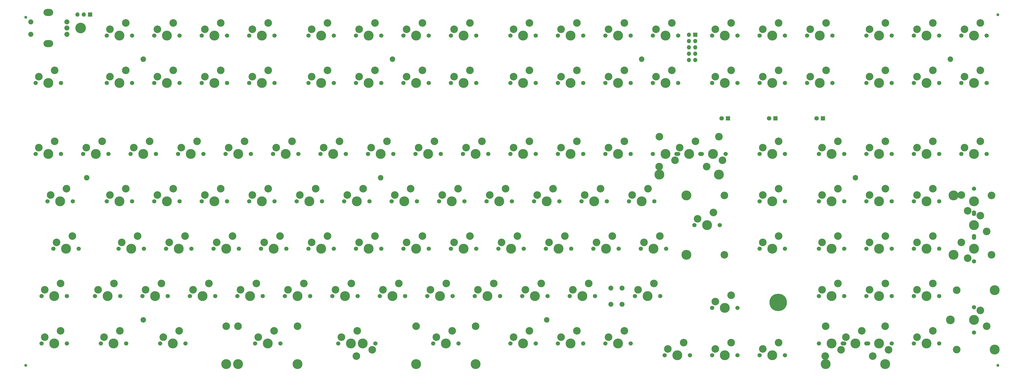
<source format=gbr>
G04 #@! TF.GenerationSoftware,KiCad,Pcbnew,7.0.2*
G04 #@! TF.CreationDate,2023-06-04T01:27:27-04:00*
G04 #@! TF.ProjectId,Boston-keyboard-V082DHI,426f7374-6f6e-42d6-9b65-79626f617264,rev?*
G04 #@! TF.SameCoordinates,Original*
G04 #@! TF.FileFunction,Soldermask,Top*
G04 #@! TF.FilePolarity,Negative*
%FSLAX46Y46*%
G04 Gerber Fmt 4.6, Leading zero omitted, Abs format (unit mm)*
G04 Created by KiCad (PCBNEW 7.0.2) date 2023-06-04 01:27:27*
%MOMM*%
%LPD*%
G01*
G04 APERTURE LIST*
%ADD10C,0.800000*%
%ADD11C,7.000000*%
%ADD12C,2.200000*%
%ADD13R,1.800000X1.800000*%
%ADD14C,1.800000*%
%ADD15C,1.152000*%
%ADD16C,2.000000*%
%ADD17R,1.700000X1.700000*%
%ADD18O,1.700000X1.700000*%
%ADD19C,3.500000*%
%ADD20C,1.701800*%
%ADD21C,3.048000*%
%ADD22C,3.987800*%
%ADD23O,2.768600X1.651000*%
%ADD24C,1.016000*%
%ADD25C,2.032000*%
%ADD26O,3.900000X2.799999*%
%ADD27C,4.250000*%
G04 APERTURE END LIST*
D10*
X356268500Y-146649500D03*
X357037345Y-144793345D03*
X357037345Y-148505655D03*
X358893500Y-144024500D03*
D11*
X358893500Y-146649500D03*
D10*
X358893500Y-149274500D03*
X360749655Y-144793345D03*
X360749655Y-148505655D03*
X361518500Y-146649500D03*
D12*
X304125200Y-48899992D03*
X389850272Y-96525032D03*
X427950304Y-48899992D03*
D13*
X338732500Y-72712500D03*
D14*
X336192500Y-72712500D03*
D15*
X447000000Y-31000000D03*
D13*
X357782500Y-72712500D03*
D14*
X355242500Y-72712500D03*
D16*
X291750000Y-147400000D03*
X291750000Y-140900000D03*
X296250000Y-147400000D03*
X296250000Y-140900000D03*
D17*
X82825000Y-30950000D03*
D18*
X80285000Y-30950000D03*
X77745000Y-30950000D03*
D15*
X57000000Y-172000000D03*
D12*
X266025168Y-153675080D03*
D15*
X57000000Y-32000000D03*
D12*
X199350112Y-96525032D03*
X104100032Y-153675080D03*
X204112500Y-48900000D03*
D19*
X427950304Y-153675080D03*
D12*
X81478138Y-96525032D03*
D17*
X325655625Y-39087500D03*
D18*
X323115625Y-39087500D03*
X325655625Y-41627500D03*
X323115625Y-41627500D03*
X325655625Y-44167500D03*
X323115625Y-44167500D03*
X325655625Y-46707500D03*
X323115625Y-46707500D03*
X325655625Y-49247500D03*
X323115625Y-49247500D03*
D13*
X376832500Y-72712500D03*
D14*
X374292500Y-72712500D03*
D15*
X447000000Y-172000000D03*
D20*
X280630000Y-87000000D03*
D21*
X278090000Y-81920000D03*
D22*
X275550000Y-87000000D03*
D21*
X271740000Y-84460000D03*
D20*
X270470000Y-87000000D03*
D22*
X401788000Y-171455000D03*
D21*
X401788000Y-156215000D03*
D20*
X394930000Y-163200000D03*
D21*
X392390000Y-158120000D03*
D22*
X389850000Y-163200000D03*
D21*
X386040000Y-160660000D03*
D20*
X384770000Y-163200000D03*
D22*
X377912000Y-171455000D03*
D21*
X377912000Y-156215000D03*
D20*
X256817500Y-125100000D03*
D21*
X254277500Y-120020000D03*
D22*
X251737500Y-125100000D03*
D21*
X247927500Y-122560000D03*
D20*
X246657500Y-125100000D03*
X423505000Y-163200000D03*
D21*
X420965000Y-158120000D03*
D22*
X418425000Y-163200000D03*
D21*
X414615000Y-160660000D03*
D20*
X413345000Y-163200000D03*
X261580000Y-163200000D03*
D21*
X259040000Y-158120000D03*
D22*
X256500000Y-163200000D03*
D21*
X252690000Y-160660000D03*
D20*
X251420000Y-163200000D03*
X99655000Y-58425000D03*
D21*
X97115000Y-53345000D03*
D22*
X94575000Y-58425000D03*
D21*
X90765000Y-55885000D03*
D20*
X89495000Y-58425000D03*
X309205000Y-106050000D03*
D21*
X306665000Y-100970000D03*
D22*
X304125000Y-106050000D03*
D21*
X300315000Y-103510000D03*
D20*
X299045000Y-106050000D03*
X218717500Y-39375000D03*
D21*
X216177500Y-34295000D03*
D22*
X213637500Y-39375000D03*
D21*
X209827500Y-36835000D03*
D20*
X208557500Y-39375000D03*
X437475000Y-100970000D03*
D21*
X432395000Y-103510000D03*
D22*
X437475000Y-106050000D03*
D21*
X434935000Y-109860000D03*
D20*
X437475000Y-111130000D03*
X342542500Y-58425000D03*
D21*
X340002500Y-53345000D03*
D22*
X337462500Y-58425000D03*
D21*
X333652500Y-55885000D03*
D20*
X332382500Y-58425000D03*
X361592500Y-125100000D03*
D21*
X359052500Y-120020000D03*
D22*
X356512500Y-125100000D03*
D21*
X352702500Y-122560000D03*
D20*
X351432500Y-125100000D03*
X361592500Y-106050000D03*
D21*
X359052500Y-100970000D03*
D22*
X356512500Y-106050000D03*
D21*
X352702500Y-103510000D03*
D20*
X351432500Y-106050000D03*
X423505000Y-125100000D03*
D21*
X420965000Y-120020000D03*
D22*
X418425000Y-125100000D03*
D21*
X414615000Y-122560000D03*
D20*
X413345000Y-125100000D03*
X97273750Y-163200000D03*
D21*
X94733750Y-158120000D03*
D22*
X92193750Y-163200000D03*
D21*
X88383750Y-160660000D03*
D20*
X87113750Y-163200000D03*
X73461250Y-144150000D03*
D21*
X70921250Y-139070000D03*
D22*
X68381250Y-144150000D03*
D21*
X64571250Y-141610000D03*
D20*
X63301250Y-144150000D03*
X394295000Y-163200000D03*
D21*
X396835000Y-168280000D03*
D22*
X399375000Y-163200000D03*
D21*
X403185000Y-165740000D03*
D20*
X404455000Y-163200000D03*
X142517500Y-125100000D03*
D21*
X139977500Y-120020000D03*
D22*
X137437500Y-125100000D03*
D21*
X133627500Y-122560000D03*
D20*
X132357500Y-125100000D03*
X299680000Y-39375000D03*
D21*
X297140000Y-34295000D03*
D22*
X294600000Y-39375000D03*
D21*
X290790000Y-36835000D03*
D20*
X289520000Y-39375000D03*
X132992500Y-144150000D03*
D21*
X130452500Y-139070000D03*
D22*
X127912500Y-144150000D03*
D21*
X124102500Y-141610000D03*
D20*
X122832500Y-144150000D03*
X266342500Y-144150000D03*
D21*
X263802500Y-139070000D03*
D22*
X261262500Y-144150000D03*
D21*
X257452500Y-141610000D03*
D20*
X256182500Y-144150000D03*
X218717500Y-125100000D03*
D21*
X216177500Y-120020000D03*
D22*
X213637500Y-125100000D03*
D21*
X209827500Y-122560000D03*
D20*
X208557500Y-125100000D03*
X185380000Y-87000000D03*
D21*
X182840000Y-81920000D03*
D22*
X180300000Y-87000000D03*
D21*
X176490000Y-84460000D03*
D20*
X175220000Y-87000000D03*
D21*
X337303750Y-127513000D03*
X337303750Y-103637000D03*
D20*
X335398750Y-115575000D03*
D21*
X332858750Y-110495000D03*
D22*
X330318750Y-115575000D03*
D21*
X326508750Y-113035000D03*
D20*
X325238750Y-115575000D03*
D22*
X322063750Y-127513000D03*
X322063750Y-103637000D03*
D20*
X299680000Y-87000000D03*
D21*
X297140000Y-81920000D03*
D22*
X294600000Y-87000000D03*
D21*
X290790000Y-84460000D03*
D20*
X289520000Y-87000000D03*
X156805000Y-58425000D03*
D21*
X154265000Y-53345000D03*
D22*
X151725000Y-58425000D03*
D21*
X147915000Y-55885000D03*
D20*
X146645000Y-58425000D03*
X199667500Y-125100000D03*
D21*
X197127500Y-120020000D03*
D22*
X194587500Y-125100000D03*
D21*
X190777500Y-122560000D03*
D20*
X189507500Y-125100000D03*
X261580160Y-39375000D03*
D21*
X259040160Y-34295000D03*
D22*
X256500160Y-39375000D03*
D21*
X252690160Y-36835000D03*
D20*
X251420160Y-39375000D03*
X223480000Y-87000000D03*
D21*
X220940000Y-81920000D03*
D22*
X218400000Y-87000000D03*
D21*
X214590000Y-84460000D03*
D20*
X213320000Y-87000000D03*
X442555000Y-87000000D03*
D21*
X440015000Y-81920000D03*
D22*
X437475000Y-87000000D03*
D21*
X433665000Y-84460000D03*
D20*
X432395000Y-87000000D03*
X118705000Y-106050000D03*
D21*
X116165000Y-100970000D03*
D22*
X113625000Y-106050000D03*
D21*
X109815000Y-103510000D03*
D20*
X108545000Y-106050000D03*
X194905000Y-106050000D03*
D21*
X192365000Y-100970000D03*
D22*
X189825000Y-106050000D03*
D21*
X186015000Y-103510000D03*
D20*
X184745000Y-106050000D03*
X113942500Y-144150000D03*
D21*
X111402500Y-139070000D03*
D22*
X108862500Y-144150000D03*
D21*
X105052500Y-141610000D03*
D20*
X103782500Y-144150000D03*
X404455000Y-144150000D03*
D21*
X401915000Y-139070000D03*
D22*
X399375000Y-144150000D03*
D21*
X395565000Y-141610000D03*
D20*
X394295000Y-144150000D03*
X190142500Y-144150000D03*
D21*
X187602500Y-139070000D03*
D22*
X185062500Y-144150000D03*
D21*
X181252500Y-141610000D03*
D20*
X179982500Y-144150000D03*
X90130000Y-87000000D03*
D21*
X87590000Y-81920000D03*
D22*
X85050000Y-87000000D03*
D21*
X81240000Y-84460000D03*
D20*
X79970000Y-87000000D03*
D22*
X335113000Y-95255000D03*
D21*
X335113000Y-80015000D03*
D20*
X328255000Y-87000000D03*
D21*
X325715000Y-81920000D03*
D22*
X323175000Y-87000000D03*
D21*
X319365000Y-84460000D03*
D20*
X318095000Y-87000000D03*
D22*
X311237000Y-95255000D03*
D21*
X311237000Y-80015000D03*
D20*
X128230000Y-87000000D03*
D21*
X125690000Y-81920000D03*
D22*
X123150000Y-87000000D03*
D21*
X119340000Y-84460000D03*
D20*
X118070000Y-87000000D03*
X313967500Y-125100000D03*
D21*
X311427500Y-120020000D03*
D22*
X308887500Y-125100000D03*
D21*
X305077500Y-122560000D03*
D20*
X303807500Y-125100000D03*
X423505000Y-87000000D03*
D21*
X420965000Y-81920000D03*
D22*
X418425000Y-87000000D03*
D21*
X414615000Y-84460000D03*
D20*
X413345000Y-87000000D03*
X94892500Y-144150000D03*
D21*
X92352500Y-139070000D03*
D22*
X89812500Y-144150000D03*
D21*
X86002500Y-141610000D03*
D20*
X84732500Y-144150000D03*
X442555000Y-58425000D03*
D21*
X440015000Y-53345000D03*
D22*
X437475000Y-58425000D03*
D21*
X433665000Y-55885000D03*
D20*
X432395000Y-58425000D03*
X199667606Y-39375000D03*
D21*
X197127606Y-34295000D03*
D22*
X194587606Y-39375000D03*
D21*
X190777606Y-36835000D03*
D20*
X189507606Y-39375000D03*
X404455000Y-39375000D03*
D21*
X401915000Y-34295000D03*
D22*
X399375000Y-39375000D03*
D21*
X395565000Y-36835000D03*
D20*
X394295000Y-39375000D03*
X156805000Y-39375000D03*
D21*
X154265000Y-34295000D03*
D22*
X151725000Y-39375000D03*
D21*
X147915000Y-36835000D03*
D20*
X146645000Y-39375000D03*
X275867500Y-125100000D03*
D21*
X273327500Y-120020000D03*
D22*
X270787500Y-125100000D03*
D21*
X266977500Y-122560000D03*
D20*
X265707500Y-125100000D03*
X237767500Y-58425000D03*
D21*
X235227500Y-53345000D03*
D22*
X232687500Y-58425000D03*
D21*
X228877500Y-55885000D03*
D20*
X227607500Y-58425000D03*
X404455000Y-125100000D03*
D21*
X401915000Y-120020000D03*
D22*
X399375000Y-125100000D03*
D21*
X395565000Y-122560000D03*
D20*
X394295000Y-125100000D03*
X280630000Y-39375000D03*
D21*
X278090000Y-34295000D03*
D22*
X275550000Y-39375000D03*
D21*
X271740000Y-36835000D03*
D20*
X270470000Y-39375000D03*
X342542500Y-148912500D03*
D21*
X340002500Y-143832500D03*
D22*
X337462500Y-148912500D03*
D21*
X333652500Y-146372500D03*
D20*
X332382500Y-148912500D03*
X209192500Y-144150000D03*
D21*
X206652500Y-139070000D03*
D22*
X204112500Y-144150000D03*
D21*
X200302500Y-141610000D03*
D20*
X199032500Y-144150000D03*
D22*
X237481750Y-171455000D03*
D21*
X237481750Y-156215000D03*
D20*
X230623750Y-163200000D03*
D21*
X228083750Y-158120000D03*
D22*
X225543750Y-163200000D03*
D21*
X221733750Y-160660000D03*
D20*
X220463750Y-163200000D03*
D22*
X213605750Y-171455000D03*
D21*
X213605750Y-156215000D03*
D20*
X180617500Y-58425000D03*
D21*
X178077500Y-53345000D03*
D22*
X175537500Y-58425000D03*
D21*
X171727500Y-55885000D03*
D20*
X170457500Y-58425000D03*
X437475000Y-120020000D03*
D21*
X432395000Y-122560000D03*
D22*
X437475000Y-125100000D03*
D21*
X434935000Y-128910000D03*
D20*
X437475000Y-130180000D03*
X327620000Y-87000000D03*
D21*
X330160000Y-92080000D03*
D22*
X332700000Y-87000000D03*
D21*
X336510000Y-89540000D03*
D20*
X337780000Y-87000000D03*
X187126250Y-163200000D03*
D21*
X189666250Y-168280000D03*
D22*
X192206250Y-163200000D03*
D21*
X196016250Y-165740000D03*
D20*
X197286250Y-163200000D03*
X180617590Y-39375000D03*
D21*
X178077590Y-34295000D03*
D22*
X175537590Y-39375000D03*
D21*
X171727590Y-36835000D03*
D20*
X170457590Y-39375000D03*
X290155000Y-106050000D03*
D21*
X287615000Y-100970000D03*
D22*
X285075000Y-106050000D03*
D21*
X281265000Y-103510000D03*
D20*
X279995000Y-106050000D03*
X308570000Y-87000000D03*
D21*
X311110000Y-92080000D03*
D22*
X313650000Y-87000000D03*
D21*
X317460000Y-89540000D03*
D20*
X318730000Y-87000000D03*
X404455000Y-106050000D03*
D21*
X401915000Y-100970000D03*
D22*
X399375000Y-106050000D03*
D21*
X395565000Y-103510000D03*
D20*
X394295000Y-106050000D03*
X118705000Y-39375000D03*
D21*
X116165000Y-34295000D03*
D22*
X113625000Y-39375000D03*
D21*
X109815000Y-36835000D03*
D20*
X108545000Y-39375000D03*
X237767500Y-125100000D03*
D21*
X235227500Y-120020000D03*
D22*
X232687500Y-125100000D03*
D21*
X228877500Y-122560000D03*
D20*
X227607500Y-125100000D03*
X137755000Y-106050000D03*
D21*
X135215000Y-100970000D03*
D22*
X132675000Y-106050000D03*
D21*
X128865000Y-103510000D03*
D20*
X127595000Y-106050000D03*
X199667500Y-58425000D03*
D21*
X197127500Y-53345000D03*
D22*
X194587500Y-58425000D03*
D21*
X190777500Y-55885000D03*
D20*
X189507500Y-58425000D03*
D22*
X166044250Y-171455000D03*
D21*
X166044250Y-156215000D03*
D20*
X159186250Y-163200000D03*
D21*
X156646250Y-158120000D03*
D22*
X154106250Y-163200000D03*
D21*
X150296250Y-160660000D03*
D20*
X149026250Y-163200000D03*
D22*
X142168250Y-171455000D03*
D21*
X142168250Y-156215000D03*
D20*
X171092500Y-144150000D03*
D21*
X168552500Y-139070000D03*
D22*
X166012500Y-144150000D03*
D21*
X162202500Y-141610000D03*
D20*
X160932500Y-144150000D03*
X342542500Y-167962500D03*
D21*
X340002500Y-162882500D03*
D22*
X337462500Y-167962500D03*
D21*
X333652500Y-165422500D03*
D20*
X332382500Y-167962500D03*
X75842500Y-106050000D03*
D21*
X73302500Y-100970000D03*
D22*
X70762500Y-106050000D03*
D21*
X66952500Y-103510000D03*
D20*
X65682500Y-106050000D03*
X375245000Y-163200000D03*
D21*
X377785000Y-168280000D03*
D22*
X380325000Y-163200000D03*
D21*
X384135000Y-165740000D03*
D20*
X385405000Y-163200000D03*
X99655000Y-106050000D03*
D21*
X97115000Y-100970000D03*
D22*
X94575000Y-106050000D03*
D21*
X90765000Y-103510000D03*
D20*
X89495000Y-106050000D03*
X71080000Y-58425000D03*
D21*
X68540000Y-53345000D03*
D22*
X66000000Y-58425000D03*
D21*
X62190000Y-55885000D03*
D20*
X60920000Y-58425000D03*
X318730000Y-39375000D03*
D21*
X316190000Y-34295000D03*
D22*
X313650000Y-39375000D03*
D21*
X309840000Y-36835000D03*
D20*
X308570000Y-39375000D03*
X361592500Y-167962500D03*
D21*
X359052500Y-162882500D03*
D22*
X356512500Y-167962500D03*
D21*
X352702500Y-165422500D03*
D20*
X351432500Y-167962500D03*
X261580000Y-87000000D03*
D21*
X259040000Y-81920000D03*
D22*
X256500000Y-87000000D03*
D21*
X252690000Y-84460000D03*
D20*
X251420000Y-87000000D03*
X99655000Y-39375000D03*
D21*
X97115000Y-34295000D03*
D22*
X94575000Y-39375000D03*
D21*
X90765000Y-36835000D03*
D20*
X89495000Y-39375000D03*
X147280000Y-87000000D03*
D21*
X144740000Y-81920000D03*
D22*
X142200000Y-87000000D03*
D21*
X138390000Y-84460000D03*
D20*
X137120000Y-87000000D03*
D22*
X429220000Y-127513000D03*
D21*
X444460000Y-127513000D03*
D20*
X437475000Y-120655000D03*
D21*
X442555000Y-118115000D03*
D22*
X437475000Y-115575000D03*
D21*
X440015000Y-111765000D03*
D20*
X437475000Y-110495000D03*
D22*
X429220000Y-103637000D03*
D21*
X444460000Y-103637000D03*
D20*
X361592500Y-58425000D03*
D21*
X359052500Y-53345000D03*
D22*
X356512500Y-58425000D03*
D21*
X352702500Y-55885000D03*
D20*
X351432500Y-58425000D03*
X228242500Y-144150000D03*
D21*
X225702500Y-139070000D03*
D22*
X223162500Y-144150000D03*
D21*
X219352500Y-141610000D03*
D20*
X218082500Y-144150000D03*
X361592500Y-39375000D03*
D21*
X359052500Y-34295000D03*
D22*
X356512500Y-39375000D03*
D21*
X352702500Y-36835000D03*
D20*
X351432500Y-39375000D03*
X280630000Y-163200000D03*
D21*
X278090000Y-158120000D03*
D22*
X275550000Y-163200000D03*
D21*
X271740000Y-160660000D03*
D20*
X270470000Y-163200000D03*
X121086250Y-163200000D03*
D21*
X118546250Y-158120000D03*
D22*
X116006250Y-163200000D03*
D21*
X112196250Y-160660000D03*
D20*
X110926250Y-163200000D03*
X380642500Y-39375000D03*
D21*
X378102500Y-34295000D03*
D22*
X375562500Y-39375000D03*
D21*
X371752500Y-36835000D03*
D20*
X370482500Y-39375000D03*
X442555000Y-39375000D03*
D21*
X440015000Y-34295000D03*
D22*
X437475000Y-39375000D03*
D21*
X433665000Y-36835000D03*
D20*
X432395000Y-39375000D03*
X404455000Y-87000000D03*
D21*
X401915000Y-81920000D03*
D22*
X399375000Y-87000000D03*
D21*
X395565000Y-84460000D03*
D20*
X394295000Y-87000000D03*
X137755000Y-39375000D03*
D21*
X135215000Y-34295000D03*
D22*
X132675000Y-39375000D03*
D21*
X128865000Y-36835000D03*
D20*
X127595000Y-39375000D03*
X242530000Y-87000000D03*
D21*
X239990000Y-81920000D03*
D22*
X237450000Y-87000000D03*
D21*
X233640000Y-84460000D03*
D20*
X232370000Y-87000000D03*
X342542500Y-39375000D03*
D21*
X340002500Y-34295000D03*
D22*
X337462500Y-39375000D03*
D21*
X333652500Y-36835000D03*
D20*
X332382500Y-39375000D03*
X152042500Y-144150000D03*
D21*
X149502500Y-139070000D03*
D22*
X146962500Y-144150000D03*
D21*
X143152500Y-141610000D03*
D20*
X141882500Y-144150000D03*
X423505000Y-144150000D03*
D21*
X420965000Y-139070000D03*
D22*
X418425000Y-144150000D03*
D21*
X414615000Y-141610000D03*
D20*
X413345000Y-144150000D03*
X109180000Y-87000000D03*
D21*
X106640000Y-81920000D03*
D22*
X104100000Y-87000000D03*
D21*
X100290000Y-84460000D03*
D20*
X99020000Y-87000000D03*
X71080000Y-87000000D03*
D21*
X68540000Y-81920000D03*
D22*
X66000000Y-87000000D03*
D21*
X62190000Y-84460000D03*
D20*
X60920000Y-87000000D03*
X78223750Y-125100000D03*
D21*
X75683750Y-120020000D03*
D22*
X73143750Y-125100000D03*
D21*
X69333750Y-122560000D03*
D20*
X68063750Y-125100000D03*
X161567500Y-125100000D03*
D21*
X159027500Y-120020000D03*
D22*
X156487500Y-125100000D03*
D21*
X152677500Y-122560000D03*
D20*
X151407500Y-125100000D03*
X280630000Y-58425000D03*
D21*
X278090000Y-53345000D03*
D22*
X275550000Y-58425000D03*
D21*
X271740000Y-55885000D03*
D20*
X270470000Y-58425000D03*
X180617500Y-125100000D03*
D21*
X178077500Y-120020000D03*
D22*
X175537500Y-125100000D03*
D21*
X171727500Y-122560000D03*
D20*
X170457500Y-125100000D03*
X423505000Y-106050000D03*
D21*
X420965000Y-100970000D03*
D22*
X418425000Y-106050000D03*
D21*
X414615000Y-103510000D03*
D20*
X413345000Y-106050000D03*
X247292500Y-144150000D03*
D21*
X244752500Y-139070000D03*
D22*
X242212500Y-144150000D03*
D21*
X238402500Y-141610000D03*
D20*
X237132500Y-144150000D03*
X118705000Y-58425000D03*
D21*
X116165000Y-53345000D03*
D22*
X113625000Y-58425000D03*
D21*
X109815000Y-55885000D03*
D20*
X108545000Y-58425000D03*
X156805000Y-106050000D03*
D21*
X154265000Y-100970000D03*
D22*
X151725000Y-106050000D03*
D21*
X147915000Y-103510000D03*
D20*
X146645000Y-106050000D03*
X385405000Y-106050000D03*
D21*
X382865000Y-100970000D03*
D22*
X380325000Y-106050000D03*
D21*
X376515000Y-103510000D03*
D20*
X375245000Y-106050000D03*
X261580000Y-58425000D03*
D21*
X259040000Y-53345000D03*
D22*
X256500000Y-58425000D03*
D21*
X252690000Y-55885000D03*
D20*
X251420000Y-58425000D03*
D23*
X66000000Y-30125000D03*
D24*
X73500000Y-33875000D03*
X59000000Y-33875000D03*
X73500000Y-36375000D03*
X73500000Y-38875000D03*
X59000000Y-38875000D03*
D23*
X66000000Y-42625000D03*
D25*
X73500000Y-33875000D03*
X73500000Y-38875000D03*
X73500000Y-36375000D03*
D26*
X66000000Y-30125000D03*
X66000000Y-42625000D03*
D25*
X59000000Y-33875000D03*
X59000000Y-38875000D03*
D20*
X318730000Y-58425000D03*
D21*
X316190000Y-53345000D03*
D22*
X313650000Y-58425000D03*
D21*
X309840000Y-55885000D03*
D20*
X308570000Y-58425000D03*
X237767500Y-39375000D03*
D21*
X235227500Y-34295000D03*
D22*
X232687500Y-39375000D03*
D21*
X228877500Y-36835000D03*
D20*
X227607500Y-39375000D03*
X385405000Y-125100000D03*
D21*
X382865000Y-120020000D03*
D22*
X380325000Y-125100000D03*
D21*
X376515000Y-122560000D03*
D20*
X375245000Y-125100000D03*
X299680000Y-58425000D03*
D21*
X297140000Y-53345000D03*
D22*
X294600000Y-58425000D03*
D21*
X290790000Y-55885000D03*
D20*
X289520000Y-58425000D03*
X271105000Y-106050000D03*
D21*
X268565000Y-100970000D03*
D22*
X266025000Y-106050000D03*
D21*
X262215000Y-103510000D03*
D20*
X260945000Y-106050000D03*
D12*
X104100000Y-48900000D03*
D20*
X294917500Y-125100000D03*
D21*
X292377500Y-120020000D03*
D22*
X289837500Y-125100000D03*
D21*
X286027500Y-122560000D03*
D20*
X284757500Y-125100000D03*
X166330000Y-87000000D03*
D21*
X163790000Y-81920000D03*
D22*
X161250000Y-87000000D03*
D21*
X157440000Y-84460000D03*
D20*
X156170000Y-87000000D03*
X104417500Y-125100000D03*
D21*
X101877500Y-120020000D03*
D22*
X99337500Y-125100000D03*
D21*
X95527500Y-122560000D03*
D20*
X94257500Y-125100000D03*
X380642500Y-58425000D03*
D21*
X378102500Y-53345000D03*
D22*
X375562500Y-58425000D03*
D21*
X371752500Y-55885000D03*
D20*
X370482500Y-58425000D03*
X123467500Y-125100000D03*
D21*
X120927500Y-120020000D03*
D22*
X118387500Y-125100000D03*
D21*
X114577500Y-122560000D03*
D20*
X113307500Y-125100000D03*
X252055000Y-106050000D03*
D21*
X249515000Y-100970000D03*
D22*
X246975000Y-106050000D03*
D21*
X243165000Y-103510000D03*
D20*
X241895000Y-106050000D03*
X385405000Y-144150000D03*
D21*
X382865000Y-139070000D03*
D22*
X380325000Y-144150000D03*
D21*
X376515000Y-141610000D03*
D20*
X375245000Y-144150000D03*
X423505000Y-39375000D03*
D21*
X420965000Y-34295000D03*
D22*
X418425000Y-39375000D03*
D21*
X414615000Y-36835000D03*
D20*
X413345000Y-39375000D03*
X218717500Y-58425000D03*
D21*
X216177500Y-53345000D03*
D22*
X213637500Y-58425000D03*
D21*
X209827500Y-55885000D03*
D20*
X208557500Y-58425000D03*
X311586250Y-144150000D03*
D21*
X309046250Y-139070000D03*
D22*
X306506250Y-144150000D03*
D21*
X302696250Y-141610000D03*
D20*
X301426250Y-144150000D03*
X137755000Y-58425000D03*
D21*
X135215000Y-53345000D03*
D22*
X132675000Y-58425000D03*
D21*
X128865000Y-55885000D03*
D20*
X127595000Y-58425000D03*
X285392500Y-144150000D03*
D21*
X282852500Y-139070000D03*
D22*
X280312500Y-144150000D03*
D21*
X276502500Y-141610000D03*
D20*
X275232500Y-144150000D03*
X404455000Y-58425000D03*
D21*
X401915000Y-53345000D03*
D22*
X399375000Y-58425000D03*
D21*
X395565000Y-55885000D03*
D20*
X394295000Y-58425000D03*
X213955000Y-106050000D03*
D21*
X211415000Y-100970000D03*
D22*
X208875000Y-106050000D03*
D21*
X205065000Y-103510000D03*
D20*
X203795000Y-106050000D03*
X385405000Y-87000000D03*
D21*
X382865000Y-81920000D03*
D22*
X380325000Y-87000000D03*
D21*
X376515000Y-84460000D03*
D20*
X375245000Y-87000000D03*
D22*
X237481750Y-171455000D03*
D21*
X237481750Y-156215000D03*
D20*
X192523750Y-163200000D03*
D21*
X189983750Y-158120000D03*
D22*
X187443750Y-163200000D03*
D21*
X183633750Y-160660000D03*
D20*
X182363750Y-163200000D03*
D22*
X137405750Y-171455000D03*
D21*
X137405750Y-156215000D03*
D20*
X323492500Y-167962500D03*
D21*
X320952500Y-162882500D03*
D22*
X318412500Y-167962500D03*
D21*
X314602500Y-165422500D03*
D20*
X313332500Y-167962500D03*
D27*
X79000000Y-36375000D03*
D21*
X430490000Y-165613000D03*
D22*
X445730000Y-165613000D03*
D20*
X437475000Y-158755000D03*
D21*
X442555000Y-156215000D03*
D22*
X437475000Y-153675000D03*
D21*
X440015000Y-149865000D03*
D20*
X437475000Y-148595000D03*
D21*
X430490000Y-141737000D03*
D22*
X445730000Y-141737000D03*
D20*
X73461250Y-163200000D03*
D21*
X70921250Y-158120000D03*
D22*
X68381250Y-163200000D03*
D21*
X64571250Y-160660000D03*
D20*
X63301250Y-163200000D03*
X361592500Y-87000000D03*
D21*
X359052500Y-81920000D03*
D22*
X356512500Y-87000000D03*
D21*
X352702500Y-84460000D03*
D20*
X351432500Y-87000000D03*
X204430000Y-87000000D03*
D21*
X201890000Y-81920000D03*
D22*
X199350000Y-87000000D03*
D21*
X195540000Y-84460000D03*
D20*
X194270000Y-87000000D03*
X423505000Y-58425000D03*
D21*
X420965000Y-53345000D03*
D22*
X418425000Y-58425000D03*
D21*
X414615000Y-55885000D03*
D20*
X413345000Y-58425000D03*
X299680000Y-163200000D03*
D21*
X297140000Y-158120000D03*
D22*
X294600000Y-163200000D03*
D21*
X290790000Y-160660000D03*
D20*
X289520000Y-163200000D03*
X175855000Y-106050000D03*
D21*
X173315000Y-100970000D03*
D22*
X170775000Y-106050000D03*
D21*
X166965000Y-103510000D03*
D20*
X165695000Y-106050000D03*
X233005000Y-106050000D03*
D21*
X230465000Y-100970000D03*
D22*
X227925000Y-106050000D03*
D21*
X224115000Y-103510000D03*
D20*
X222845000Y-106050000D03*
M02*

</source>
